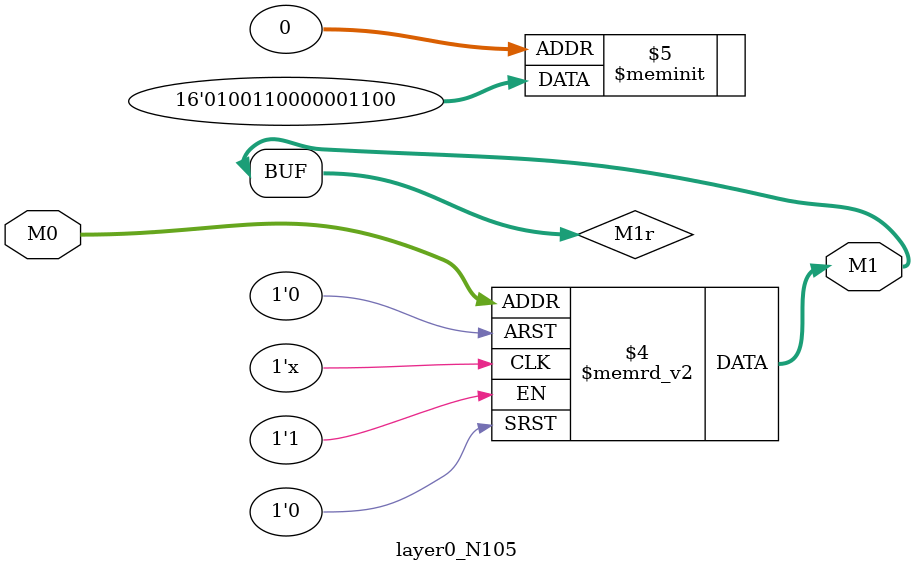
<source format=v>
module layer0_N105 ( input [2:0] M0, output [1:0] M1 );

	(*rom_style = "distributed" *) reg [1:0] M1r;
	assign M1 = M1r;
	always @ (M0) begin
		case (M0)
			3'b000: M1r = 2'b00;
			3'b100: M1r = 2'b00;
			3'b010: M1r = 2'b00;
			3'b110: M1r = 2'b00;
			3'b001: M1r = 2'b11;
			3'b101: M1r = 2'b11;
			3'b011: M1r = 2'b00;
			3'b111: M1r = 2'b01;

		endcase
	end
endmodule

</source>
